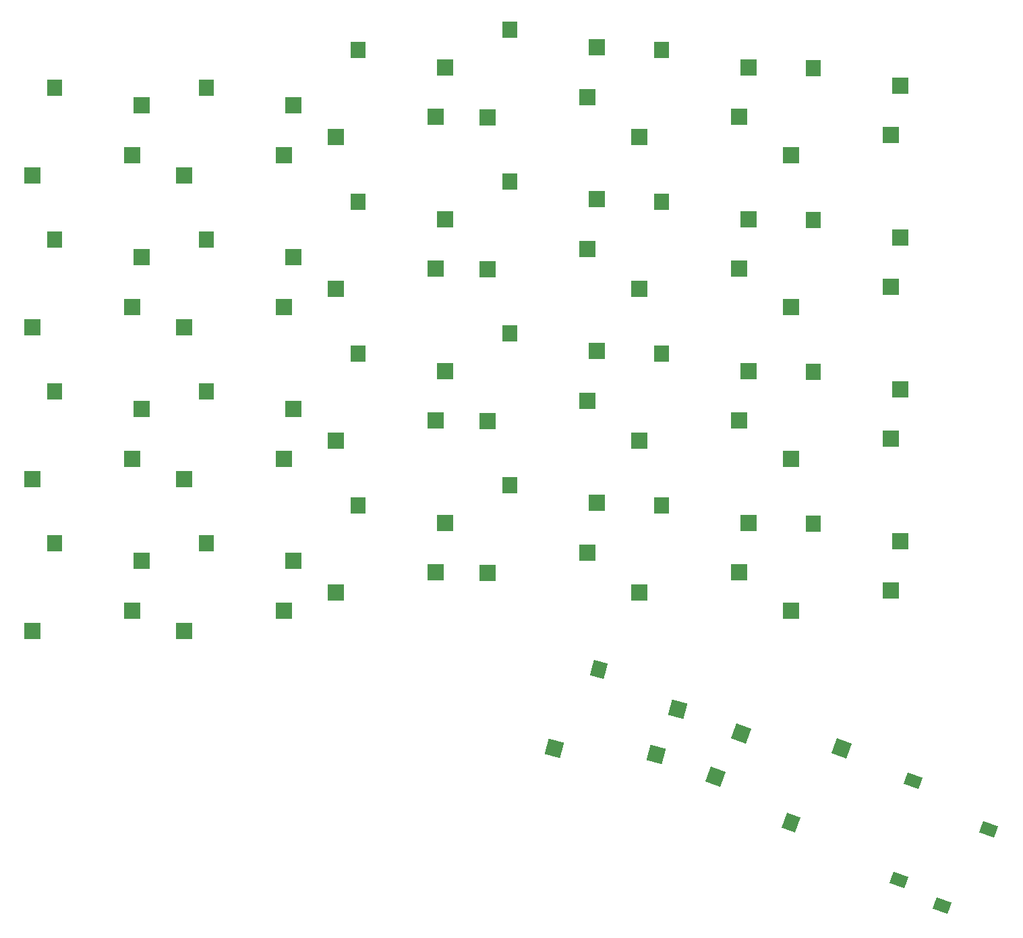
<source format=gbr>
%TF.GenerationSoftware,KiCad,Pcbnew,7.0.10*%
%TF.CreationDate,2024-03-21T20:23:32+01:00*%
%TF.ProjectId,duosync,64756f73-796e-4632-9e6b-696361645f70,rev?*%
%TF.SameCoordinates,Original*%
%TF.FileFunction,Paste,Bot*%
%TF.FilePolarity,Positive*%
%FSLAX46Y46*%
G04 Gerber Fmt 4.6, Leading zero omitted, Abs format (unit mm)*
G04 Created by KiCad (PCBNEW 7.0.10) date 2024-03-21 20:23:32*
%MOMM*%
%LPD*%
G01*
G04 APERTURE LIST*
G04 Aperture macros list*
%AMRotRect*
0 Rectangle, with rotation*
0 The origin of the aperture is its center*
0 $1 length*
0 $2 width*
0 $3 Rotation angle, in degrees counterclockwise*
0 Add horizontal line*
21,1,$1,$2,0,0,$3*%
G04 Aperture macros list end*
%ADD10R,2.000000X2.000000*%
%ADD11R,1.900000X2.000000*%
%ADD12RotRect,1.500000X2.000000X250.000000*%
%ADD13RotRect,2.000000X2.000000X340.000000*%
%ADD14RotRect,1.800000X2.000000X340.000000*%
%ADD15RotRect,2.000000X2.000000X165.000000*%
%ADD16RotRect,1.800000X2.000000X165.000000*%
G04 APERTURE END LIST*
D10*
%TO.C,K42*%
X158757200Y-53190100D03*
X157557200Y-59430100D03*
D11*
X147857200Y-50990100D03*
D10*
X145057200Y-61970100D03*
%TD*%
%TO.C,K54*%
X177807000Y-93766100D03*
X176607000Y-100006100D03*
D11*
X166907000Y-91566100D03*
D10*
X164107000Y-102546100D03*
%TD*%
%TO.C,K41*%
X158757200Y-34140100D03*
X157557200Y-40380100D03*
D11*
X147857200Y-31940100D03*
D10*
X145057200Y-42920100D03*
%TD*%
%TO.C,K34*%
X139707200Y-93766100D03*
X138507200Y-100006100D03*
D11*
X128807200Y-91566100D03*
D10*
X126007200Y-102546100D03*
%TD*%
%TO.C,K14*%
X101607200Y-98529100D03*
X100407200Y-104769100D03*
D11*
X90707200Y-96329100D03*
D10*
X87907200Y-107309100D03*
%TD*%
%TO.C,K51*%
X177807000Y-36616100D03*
X176607000Y-42856100D03*
D11*
X166907000Y-34416100D03*
D10*
X164107000Y-45396100D03*
%TD*%
%TO.C,K24*%
X120657200Y-98529100D03*
X119457200Y-104769100D03*
D11*
X109757200Y-96329100D03*
D10*
X106957200Y-107309100D03*
%TD*%
%TO.C,K44*%
X158757200Y-91290100D03*
X157557200Y-97530100D03*
D11*
X147857200Y-89090100D03*
D10*
X145057200Y-100070100D03*
%TD*%
%TO.C,K52*%
X177807000Y-55666100D03*
X176607000Y-61906100D03*
D11*
X166907000Y-53466100D03*
D10*
X164107000Y-64446100D03*
%TD*%
%TO.C,K21*%
X120657200Y-41379100D03*
X119457200Y-47619100D03*
D11*
X109757200Y-39179100D03*
D10*
X106957200Y-50159100D03*
%TD*%
D12*
%TO.C,K65*%
X196681344Y-138557279D03*
X202134602Y-141819115D03*
X198501372Y-126130328D03*
X207964147Y-132234941D03*
%TD*%
D10*
%TO.C,K61*%
X196857200Y-38902100D03*
X195657200Y-45142100D03*
D11*
X185957200Y-36702100D03*
D10*
X183157200Y-47682100D03*
%TD*%
%TO.C,K11*%
X101607200Y-41379100D03*
X100407200Y-47619100D03*
D11*
X90707200Y-39179100D03*
D10*
X87907200Y-50159100D03*
%TD*%
%TO.C,K13*%
X101607200Y-79479100D03*
X100407200Y-85719100D03*
D11*
X90707200Y-77279100D03*
D10*
X87907200Y-88259100D03*
%TD*%
%TO.C,K33*%
X139707200Y-74716100D03*
X138507200Y-80956100D03*
D11*
X128807200Y-72516100D03*
D10*
X126007200Y-83496100D03*
%TD*%
%TO.C,K32*%
X139707200Y-55666100D03*
X138507200Y-61906100D03*
D11*
X128807200Y-53466100D03*
D10*
X126007200Y-64446100D03*
%TD*%
%TO.C,K43*%
X158757200Y-72240100D03*
X157557200Y-78480100D03*
D11*
X147857200Y-70040100D03*
D10*
X145057200Y-81020100D03*
%TD*%
%TO.C,K23*%
X120657200Y-79479100D03*
X119457200Y-85719100D03*
D11*
X109757200Y-77279100D03*
D10*
X106957200Y-88259100D03*
%TD*%
%TO.C,K22*%
X120657200Y-60429100D03*
X119457200Y-66669100D03*
D11*
X109757200Y-58229100D03*
D10*
X106957200Y-69209100D03*
%TD*%
%TO.C,K53*%
X177807000Y-74716100D03*
X176607000Y-80956100D03*
D11*
X166907000Y-72516100D03*
D10*
X164107000Y-83496100D03*
%TD*%
%TO.C,K31*%
X139707200Y-36616100D03*
X138507200Y-42856100D03*
D11*
X128807200Y-34416100D03*
D10*
X126007200Y-45396100D03*
%TD*%
%TO.C,K12*%
X101607200Y-60429100D03*
X100407200Y-66669100D03*
D11*
X90707200Y-58229100D03*
D10*
X87907200Y-69209100D03*
%TD*%
%TO.C,K64*%
X196857200Y-96052100D03*
X195657200Y-102292100D03*
D11*
X185957200Y-93852100D03*
D10*
X183157200Y-104832100D03*
%TD*%
%TO.C,K63*%
X196857200Y-77002100D03*
X195657200Y-83242100D03*
D11*
X185957200Y-74802100D03*
D10*
X183157200Y-85782100D03*
%TD*%
%TO.C,K62*%
X196857200Y-57952100D03*
X195657200Y-64192100D03*
D11*
X185957200Y-55752100D03*
D10*
X183157200Y-66732100D03*
%TD*%
D13*
%TO.C,K55*%
X189547141Y-122068574D03*
X173670415Y-125633400D03*
D14*
X183160620Y-131428743D03*
D13*
X176932252Y-120180142D03*
%TD*%
D15*
%TO.C,K45*%
X153458215Y-122069617D03*
X168963830Y-117134609D03*
D16*
X159004640Y-112188444D03*
D15*
X166189688Y-122851403D03*
%TD*%
M02*

</source>
